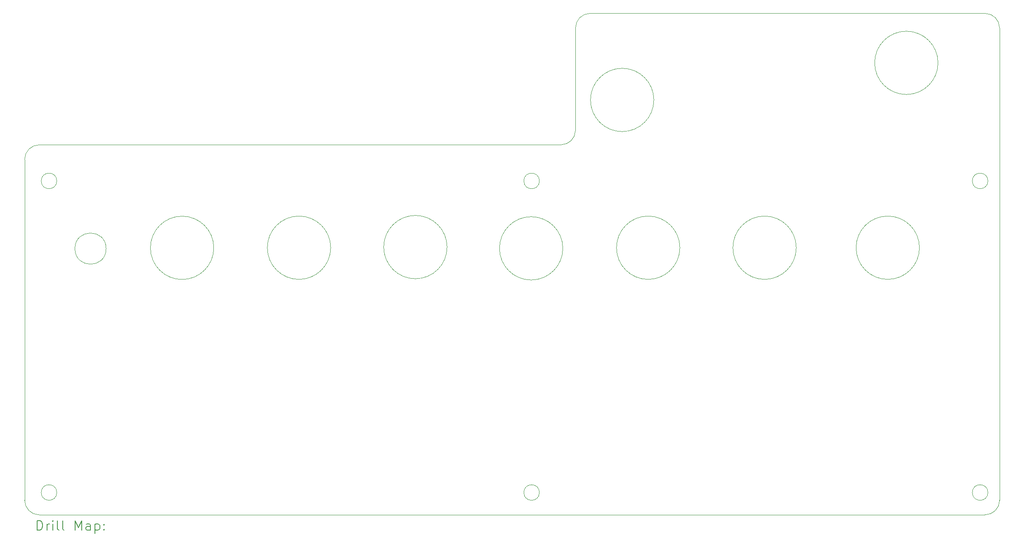
<source format=gbr>
%TF.GenerationSoftware,KiCad,Pcbnew,8.0.8*%
%TF.CreationDate,2025-03-25T19:50:02+09:00*%
%TF.ProjectId,panelBoard,70616e65-6c42-46f6-9172-642e6b696361,rev?*%
%TF.SameCoordinates,Original*%
%TF.FileFunction,Drillmap*%
%TF.FilePolarity,Positive*%
%FSLAX45Y45*%
G04 Gerber Fmt 4.5, Leading zero omitted, Abs format (unit mm)*
G04 Created by KiCad (PCBNEW 8.0.8) date 2025-03-25 19:50:02*
%MOMM*%
%LPD*%
G01*
G04 APERTURE LIST*
%ADD10C,0.050000*%
%ADD11C,0.100000*%
%ADD12C,0.200000*%
G04 APERTURE END LIST*
D10*
X9778200Y-10113400D02*
G75*
G02*
X8478200Y-10113400I-650000J0D01*
G01*
X8478200Y-10113400D02*
G75*
G02*
X9778200Y-10113400I650000J0D01*
G01*
D11*
X3800000Y-15600000D02*
G75*
G02*
X3500000Y-15300000I0J300000D01*
G01*
X23500000Y-15300000D02*
G75*
G02*
X23200000Y-15600000I-300000J0D01*
G01*
D10*
X4160000Y-15141500D02*
G75*
G02*
X3840000Y-15141500I-160000J0D01*
G01*
X3840000Y-15141500D02*
G75*
G02*
X4160000Y-15141500I160000J0D01*
G01*
X14060000Y-15141500D02*
G75*
G02*
X13740000Y-15141500I-160000J0D01*
G01*
X13740000Y-15141500D02*
G75*
G02*
X14060000Y-15141500I160000J0D01*
G01*
D11*
X23200000Y-15600000D02*
X3800000Y-15600000D01*
X3800000Y-8000000D02*
X14000000Y-8000000D01*
X3500000Y-8300000D02*
X3500000Y-15300000D01*
X15100000Y-5300000D02*
X23200000Y-5300000D01*
D10*
X14060000Y-8741500D02*
G75*
G02*
X13740000Y-8741500I-160000J0D01*
G01*
X13740000Y-8741500D02*
G75*
G02*
X14060000Y-8741500I160000J0D01*
G01*
D11*
X23500000Y-5600000D02*
X23500000Y-15300000D01*
D10*
X22236900Y-6316100D02*
G75*
G02*
X20936900Y-6316100I-650000J0D01*
G01*
X20936900Y-6316100D02*
G75*
G02*
X22236900Y-6316100I650000J0D01*
G01*
X7380200Y-10115700D02*
G75*
G02*
X6080200Y-10115700I-650000J0D01*
G01*
X6080200Y-10115700D02*
G75*
G02*
X7380200Y-10115700I650000J0D01*
G01*
D11*
X14800000Y-5600000D02*
G75*
G02*
X15100000Y-5300000I300000J0D01*
G01*
D10*
X23260000Y-8741500D02*
G75*
G02*
X22940000Y-8741500I-160000J0D01*
G01*
X22940000Y-8741500D02*
G75*
G02*
X23260000Y-8741500I160000J0D01*
G01*
D11*
X3500000Y-8300000D02*
G75*
G02*
X3800000Y-8000000I300000J0D01*
G01*
D10*
X16941000Y-10113400D02*
G75*
G02*
X15641000Y-10113400I-650000J0D01*
G01*
X15641000Y-10113400D02*
G75*
G02*
X16941000Y-10113400I650000J0D01*
G01*
D11*
X14800000Y-7700000D02*
X14800000Y-5600000D01*
D10*
X16407600Y-7078100D02*
G75*
G02*
X15107600Y-7078100I-650000J0D01*
G01*
X15107600Y-7078100D02*
G75*
G02*
X16407600Y-7078100I650000J0D01*
G01*
D11*
X23200000Y-5300000D02*
G75*
G02*
X23500000Y-5600000I0J-300000D01*
G01*
D10*
X21855900Y-10113400D02*
G75*
G02*
X20555900Y-10113400I-650000J0D01*
G01*
X20555900Y-10113400D02*
G75*
G02*
X21855900Y-10113400I650000J0D01*
G01*
X5171470Y-10131950D02*
G75*
G02*
X4531470Y-10131950I-320000J0D01*
G01*
X4531470Y-10131950D02*
G75*
G02*
X5171470Y-10131950I320000J0D01*
G01*
X19328600Y-10113400D02*
G75*
G02*
X18028600Y-10113400I-650000J0D01*
G01*
X18028600Y-10113400D02*
G75*
G02*
X19328600Y-10113400I650000J0D01*
G01*
D11*
X14000000Y-8000000D02*
X14500000Y-8000000D01*
D10*
X14540700Y-10126100D02*
G75*
G02*
X13240700Y-10126100I-650000J0D01*
G01*
X13240700Y-10126100D02*
G75*
G02*
X14540700Y-10126100I650000J0D01*
G01*
X4160000Y-8741500D02*
G75*
G02*
X3840000Y-8741500I-160000J0D01*
G01*
X3840000Y-8741500D02*
G75*
G02*
X4160000Y-8741500I160000J0D01*
G01*
X12165800Y-10100700D02*
G75*
G02*
X10865800Y-10100700I-650000J0D01*
G01*
X10865800Y-10100700D02*
G75*
G02*
X12165800Y-10100700I650000J0D01*
G01*
X23260000Y-15141500D02*
G75*
G02*
X22940000Y-15141500I-160000J0D01*
G01*
X22940000Y-15141500D02*
G75*
G02*
X23260000Y-15141500I160000J0D01*
G01*
D11*
X14800000Y-7700000D02*
G75*
G02*
X14500000Y-8000000I-300000J0D01*
G01*
D12*
X3755777Y-15916484D02*
X3755777Y-15716484D01*
X3755777Y-15716484D02*
X3803396Y-15716484D01*
X3803396Y-15716484D02*
X3831967Y-15726008D01*
X3831967Y-15726008D02*
X3851015Y-15745055D01*
X3851015Y-15745055D02*
X3860539Y-15764103D01*
X3860539Y-15764103D02*
X3870062Y-15802198D01*
X3870062Y-15802198D02*
X3870062Y-15830769D01*
X3870062Y-15830769D02*
X3860539Y-15868865D01*
X3860539Y-15868865D02*
X3851015Y-15887912D01*
X3851015Y-15887912D02*
X3831967Y-15906960D01*
X3831967Y-15906960D02*
X3803396Y-15916484D01*
X3803396Y-15916484D02*
X3755777Y-15916484D01*
X3955777Y-15916484D02*
X3955777Y-15783150D01*
X3955777Y-15821246D02*
X3965301Y-15802198D01*
X3965301Y-15802198D02*
X3974824Y-15792674D01*
X3974824Y-15792674D02*
X3993872Y-15783150D01*
X3993872Y-15783150D02*
X4012920Y-15783150D01*
X4079586Y-15916484D02*
X4079586Y-15783150D01*
X4079586Y-15716484D02*
X4070062Y-15726008D01*
X4070062Y-15726008D02*
X4079586Y-15735531D01*
X4079586Y-15735531D02*
X4089110Y-15726008D01*
X4089110Y-15726008D02*
X4079586Y-15716484D01*
X4079586Y-15716484D02*
X4079586Y-15735531D01*
X4203396Y-15916484D02*
X4184348Y-15906960D01*
X4184348Y-15906960D02*
X4174824Y-15887912D01*
X4174824Y-15887912D02*
X4174824Y-15716484D01*
X4308158Y-15916484D02*
X4289110Y-15906960D01*
X4289110Y-15906960D02*
X4279586Y-15887912D01*
X4279586Y-15887912D02*
X4279586Y-15716484D01*
X4536729Y-15916484D02*
X4536729Y-15716484D01*
X4536729Y-15716484D02*
X4603396Y-15859341D01*
X4603396Y-15859341D02*
X4670063Y-15716484D01*
X4670063Y-15716484D02*
X4670063Y-15916484D01*
X4851015Y-15916484D02*
X4851015Y-15811722D01*
X4851015Y-15811722D02*
X4841491Y-15792674D01*
X4841491Y-15792674D02*
X4822444Y-15783150D01*
X4822444Y-15783150D02*
X4784348Y-15783150D01*
X4784348Y-15783150D02*
X4765301Y-15792674D01*
X4851015Y-15906960D02*
X4831967Y-15916484D01*
X4831967Y-15916484D02*
X4784348Y-15916484D01*
X4784348Y-15916484D02*
X4765301Y-15906960D01*
X4765301Y-15906960D02*
X4755777Y-15887912D01*
X4755777Y-15887912D02*
X4755777Y-15868865D01*
X4755777Y-15868865D02*
X4765301Y-15849817D01*
X4765301Y-15849817D02*
X4784348Y-15840293D01*
X4784348Y-15840293D02*
X4831967Y-15840293D01*
X4831967Y-15840293D02*
X4851015Y-15830769D01*
X4946253Y-15783150D02*
X4946253Y-15983150D01*
X4946253Y-15792674D02*
X4965301Y-15783150D01*
X4965301Y-15783150D02*
X5003396Y-15783150D01*
X5003396Y-15783150D02*
X5022444Y-15792674D01*
X5022444Y-15792674D02*
X5031967Y-15802198D01*
X5031967Y-15802198D02*
X5041491Y-15821246D01*
X5041491Y-15821246D02*
X5041491Y-15878388D01*
X5041491Y-15878388D02*
X5031967Y-15897436D01*
X5031967Y-15897436D02*
X5022444Y-15906960D01*
X5022444Y-15906960D02*
X5003396Y-15916484D01*
X5003396Y-15916484D02*
X4965301Y-15916484D01*
X4965301Y-15916484D02*
X4946253Y-15906960D01*
X5127205Y-15897436D02*
X5136729Y-15906960D01*
X5136729Y-15906960D02*
X5127205Y-15916484D01*
X5127205Y-15916484D02*
X5117682Y-15906960D01*
X5117682Y-15906960D02*
X5127205Y-15897436D01*
X5127205Y-15897436D02*
X5127205Y-15916484D01*
X5127205Y-15792674D02*
X5136729Y-15802198D01*
X5136729Y-15802198D02*
X5127205Y-15811722D01*
X5127205Y-15811722D02*
X5117682Y-15802198D01*
X5117682Y-15802198D02*
X5127205Y-15792674D01*
X5127205Y-15792674D02*
X5127205Y-15811722D01*
M02*

</source>
